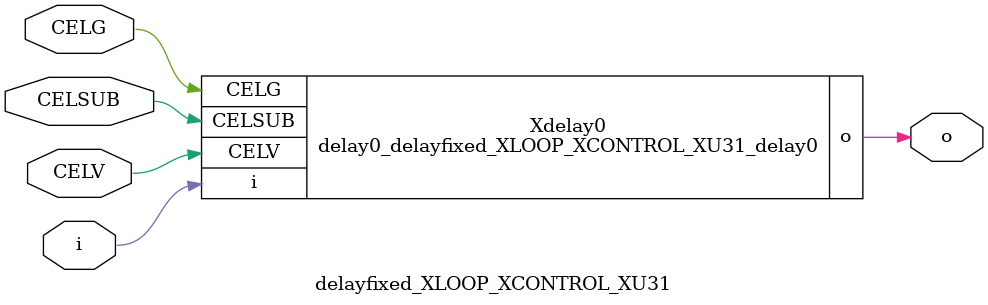
<source format=v>

module delay0_delayfixed_XLOOP_XCONTROL_XU31_delay0 (i, CELV, o,
CELG,CELSUB);
input CELV;
input i;
output o;
input CELSUB;
input CELG;
endmodule


//Celera Confidential Do Not Copy delayfixed_XLOOP_XCONTROL_XU31
//Celera Confidential Symbol Generator
//TYPE:fixed Egde:rise
module delayfixed_XLOOP_XCONTROL_XU31 (CELV,i,o,
CELG,CELSUB);
input CELV;
input i;
output o;
input CELG;
input CELSUB;

//Celera Confidential Do Not Copy delay0_delayfixed_XLOOP_XCONTROL_XU31_delay0
delay0_delayfixed_XLOOP_XCONTROL_XU31_delay0 Xdelay0(
.CELV (CELV),
.i (i),
.o (o),
.CELG (CELG),
.CELSUB (CELSUB)
);
//,diesize,delay0_delayfixed_XLOOP_XCONTROL_XU31_delay0
//Celera Confidential Do Not Copy Module End
//Celera Schematic Generator
endmodule

</source>
